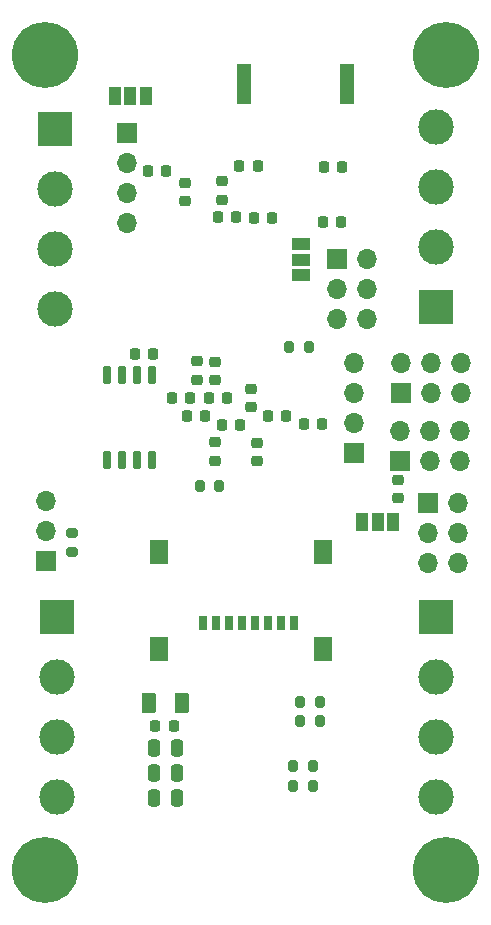
<source format=gbr>
%TF.GenerationSoftware,KiCad,Pcbnew,7.0.5*%
%TF.CreationDate,2023-08-27T23:52:23-07:00*%
%TF.ProjectId,Lyra V2,4c797261-2056-4322-9e6b-696361645f70,rev?*%
%TF.SameCoordinates,Original*%
%TF.FileFunction,Soldermask,Bot*%
%TF.FilePolarity,Negative*%
%FSLAX46Y46*%
G04 Gerber Fmt 4.6, Leading zero omitted, Abs format (unit mm)*
G04 Created by KiCad (PCBNEW 7.0.5) date 2023-08-27 23:52:23*
%MOMM*%
%LPD*%
G01*
G04 APERTURE LIST*
G04 Aperture macros list*
%AMRoundRect*
0 Rectangle with rounded corners*
0 $1 Rounding radius*
0 $2 $3 $4 $5 $6 $7 $8 $9 X,Y pos of 4 corners*
0 Add a 4 corners polygon primitive as box body*
4,1,4,$2,$3,$4,$5,$6,$7,$8,$9,$2,$3,0*
0 Add four circle primitives for the rounded corners*
1,1,$1+$1,$2,$3*
1,1,$1+$1,$4,$5*
1,1,$1+$1,$6,$7*
1,1,$1+$1,$8,$9*
0 Add four rect primitives between the rounded corners*
20,1,$1+$1,$2,$3,$4,$5,0*
20,1,$1+$1,$4,$5,$6,$7,0*
20,1,$1+$1,$6,$7,$8,$9,0*
20,1,$1+$1,$8,$9,$2,$3,0*%
G04 Aperture macros list end*
%ADD10RoundRect,0.225000X-0.250000X0.225000X-0.250000X-0.225000X0.250000X-0.225000X0.250000X0.225000X0*%
%ADD11R,3.000000X3.000000*%
%ADD12C,3.000000*%
%ADD13R,1.700000X1.700000*%
%ADD14O,1.700000X1.700000*%
%ADD15C,5.600000*%
%ADD16R,1.500000X1.000000*%
%ADD17RoundRect,0.225000X-0.225000X-0.250000X0.225000X-0.250000X0.225000X0.250000X-0.225000X0.250000X0*%
%ADD18RoundRect,0.225000X0.250000X-0.225000X0.250000X0.225000X-0.250000X0.225000X-0.250000X-0.225000X0*%
%ADD19RoundRect,0.150000X0.150000X-0.650000X0.150000X0.650000X-0.150000X0.650000X-0.150000X-0.650000X0*%
%ADD20RoundRect,0.200000X-0.200000X-0.275000X0.200000X-0.275000X0.200000X0.275000X-0.200000X0.275000X0*%
%ADD21RoundRect,0.225000X0.225000X0.250000X-0.225000X0.250000X-0.225000X-0.250000X0.225000X-0.250000X0*%
%ADD22R,1.000000X1.500000*%
%ADD23R,1.500000X2.000000*%
%ADD24R,0.800000X1.200000*%
%ADD25RoundRect,0.200000X0.200000X0.275000X-0.200000X0.275000X-0.200000X-0.275000X0.200000X-0.275000X0*%
%ADD26RoundRect,0.250000X-0.250000X-0.475000X0.250000X-0.475000X0.250000X0.475000X-0.250000X0.475000X0*%
%ADD27RoundRect,0.200000X0.275000X-0.200000X0.275000X0.200000X-0.275000X0.200000X-0.275000X-0.200000X0*%
%ADD28R,1.300000X3.400000*%
%ADD29RoundRect,0.250000X-0.375000X-0.625000X0.375000X-0.625000X0.375000X0.625000X-0.375000X0.625000X0*%
%ADD30RoundRect,0.218750X0.218750X0.256250X-0.218750X0.256250X-0.218750X-0.256250X0.218750X-0.256250X0*%
G04 APERTURE END LIST*
D10*
%TO.C,C25*%
X120345200Y-93433600D03*
X120345200Y-94983600D03*
%TD*%
D11*
%TO.C,J5*%
X136017000Y-86487000D03*
D12*
X136017000Y-81407000D03*
X136017000Y-76327000D03*
X136017000Y-71247000D03*
%TD*%
D11*
%TO.C,J2*%
X103784400Y-71399400D03*
D12*
X103784400Y-76479400D03*
X103784400Y-81559400D03*
X103784400Y-86639400D03*
%TD*%
D13*
%TO.C,J4*%
X135356600Y-103098600D03*
D14*
X137896600Y-103098600D03*
X135356600Y-105638600D03*
X137896600Y-105638600D03*
X135356600Y-108178600D03*
X137896600Y-108178600D03*
%TD*%
D13*
%TO.C,J10*%
X109829600Y-71780400D03*
D14*
X109829600Y-74320400D03*
X109829600Y-76860400D03*
X109829600Y-79400400D03*
%TD*%
D13*
%TO.C,J11*%
X129108200Y-98856800D03*
D14*
X129108200Y-96316800D03*
X129108200Y-93776800D03*
X129108200Y-91236800D03*
%TD*%
D13*
%TO.C,J12*%
X102998400Y-108013999D03*
D14*
X102998400Y-105473999D03*
X102998400Y-102933999D03*
%TD*%
D11*
%TO.C,J6*%
X135991600Y-112750600D03*
D12*
X135991600Y-117830600D03*
X135991600Y-122910600D03*
X135991600Y-127990600D03*
%TD*%
D15*
%TO.C,H3*%
X136900000Y-134150000D03*
%TD*%
D11*
%TO.C,J3*%
X103911400Y-112725200D03*
D12*
X103911400Y-117805200D03*
X103911400Y-122885200D03*
X103911400Y-127965200D03*
%TD*%
D15*
%TO.C,H4*%
X102900000Y-134150000D03*
%TD*%
%TO.C,H2*%
X136850000Y-65150000D03*
%TD*%
%TO.C,H1*%
X102900000Y-65150000D03*
%TD*%
D13*
%TO.C,J9*%
X132969000Y-99542600D03*
D14*
X132969000Y-97002600D03*
X135509000Y-99542600D03*
X135509000Y-97002600D03*
X138049000Y-99542600D03*
X138049000Y-97002600D03*
%TD*%
D13*
%TO.C,J7*%
X127660000Y-82420000D03*
D14*
X130200000Y-82420000D03*
X127660000Y-84960000D03*
X130200000Y-84960000D03*
X127660000Y-87500000D03*
X130200000Y-87500000D03*
%TD*%
D13*
%TO.C,J8*%
X133045200Y-93776800D03*
D14*
X133045200Y-91236800D03*
X135585200Y-93776800D03*
X135585200Y-91236800D03*
X138125200Y-93776800D03*
X138125200Y-91236800D03*
%TD*%
D16*
%TO.C,JP5*%
X124600000Y-83775000D03*
X124600000Y-82475000D03*
X124600000Y-81175000D03*
%TD*%
D17*
%TO.C,C26*%
X126550000Y-74650000D03*
X128100000Y-74650000D03*
%TD*%
D18*
%TO.C,C12*%
X117875000Y-77400000D03*
X117875000Y-75850000D03*
%TD*%
D19*
%TO.C,U5*%
X111988600Y-99459600D03*
X110718600Y-99459600D03*
X109448600Y-99459600D03*
X108178600Y-99459600D03*
X108178600Y-92259600D03*
X109448600Y-92259600D03*
X110718600Y-92259600D03*
X111988600Y-92259600D03*
%TD*%
D17*
%TO.C,C13*%
X120586200Y-78917800D03*
X122136200Y-78917800D03*
%TD*%
D20*
%TO.C,R7*%
X124524000Y-121513800D03*
X126174000Y-121513800D03*
%TD*%
D21*
%TO.C,C28*%
X128000000Y-79300000D03*
X126450000Y-79300000D03*
%TD*%
%TO.C,C16*%
X113150000Y-74975000D03*
X111600000Y-74975000D03*
%TD*%
%TO.C,C11*%
X119125000Y-78875000D03*
X117575000Y-78875000D03*
%TD*%
%TO.C,C18*%
X112090800Y-90474800D03*
X110540800Y-90474800D03*
%TD*%
D22*
%TO.C,JP2*%
X108850000Y-68625000D03*
X110150000Y-68625000D03*
X111450000Y-68625000D03*
%TD*%
D23*
%TO.C,J13*%
X126477400Y-115443000D03*
X112587400Y-115443000D03*
X112587400Y-107243000D03*
X126477400Y-107243000D03*
D24*
X116307400Y-113243000D03*
X117407400Y-113243000D03*
X118507400Y-113243000D03*
X119607400Y-113243000D03*
X120707400Y-113243000D03*
X121807400Y-113243000D03*
X122907400Y-113243000D03*
X124007400Y-113243000D03*
%TD*%
D25*
%TO.C,R8*%
X125600000Y-127050000D03*
X123950000Y-127050000D03*
%TD*%
D26*
%TO.C,C5*%
X112175000Y-128025000D03*
X114075000Y-128025000D03*
%TD*%
D27*
%TO.C,R13*%
X105173400Y-107234000D03*
X105173400Y-105584000D03*
%TD*%
D28*
%TO.C,LS1*%
X119750000Y-67625000D03*
X128450000Y-67625000D03*
%TD*%
D25*
%TO.C,R6*%
X126174000Y-119938800D03*
X124524000Y-119938800D03*
%TD*%
D17*
%TO.C,C23*%
X124815600Y-96367600D03*
X126365600Y-96367600D03*
%TD*%
D18*
%TO.C,C30*%
X117348000Y-99504800D03*
X117348000Y-97954800D03*
%TD*%
D22*
%TO.C,JP1*%
X132400000Y-104675000D03*
X131100000Y-104675000D03*
X129800000Y-104675000D03*
%TD*%
D18*
%TO.C,C29*%
X115773200Y-92633800D03*
X115773200Y-91083800D03*
%TD*%
D21*
%TO.C,C17*%
X123355400Y-95732600D03*
X121805400Y-95732600D03*
%TD*%
D29*
%TO.C,F2*%
X111725000Y-120050000D03*
X114525000Y-120050000D03*
%TD*%
D25*
%TO.C,R14*%
X117690400Y-101625400D03*
X116040400Y-101625400D03*
%TD*%
D10*
%TO.C,C19*%
X114775000Y-76000000D03*
X114775000Y-77550000D03*
%TD*%
D17*
%TO.C,C15*%
X117919200Y-96494600D03*
X119469200Y-96494600D03*
%TD*%
D30*
%TO.C,FB1*%
X113825000Y-122000000D03*
X112250000Y-122000000D03*
%TD*%
D18*
%TO.C,C9*%
X132816600Y-102679800D03*
X132816600Y-101129800D03*
%TD*%
D26*
%TO.C,C6*%
X112175000Y-125975000D03*
X114075000Y-125975000D03*
%TD*%
D17*
%TO.C,C20*%
X116801600Y-94157800D03*
X118351600Y-94157800D03*
%TD*%
D20*
%TO.C,R19*%
X123609600Y-89839800D03*
X125259600Y-89839800D03*
%TD*%
%TO.C,R9*%
X123924999Y-125375000D03*
X125574999Y-125375000D03*
%TD*%
D21*
%TO.C,C27*%
X116497400Y-95707200D03*
X114947400Y-95707200D03*
%TD*%
D18*
%TO.C,C22*%
X117297200Y-92672200D03*
X117297200Y-91122200D03*
%TD*%
D26*
%TO.C,C7*%
X112175000Y-123850000D03*
X114075000Y-123850000D03*
%TD*%
D21*
%TO.C,C21*%
X115202000Y-94208600D03*
X113652000Y-94208600D03*
%TD*%
D18*
%TO.C,C24*%
X120904000Y-99530200D03*
X120904000Y-97980200D03*
%TD*%
D21*
%TO.C,C10*%
X120917000Y-74549000D03*
X119367000Y-74549000D03*
%TD*%
M02*

</source>
